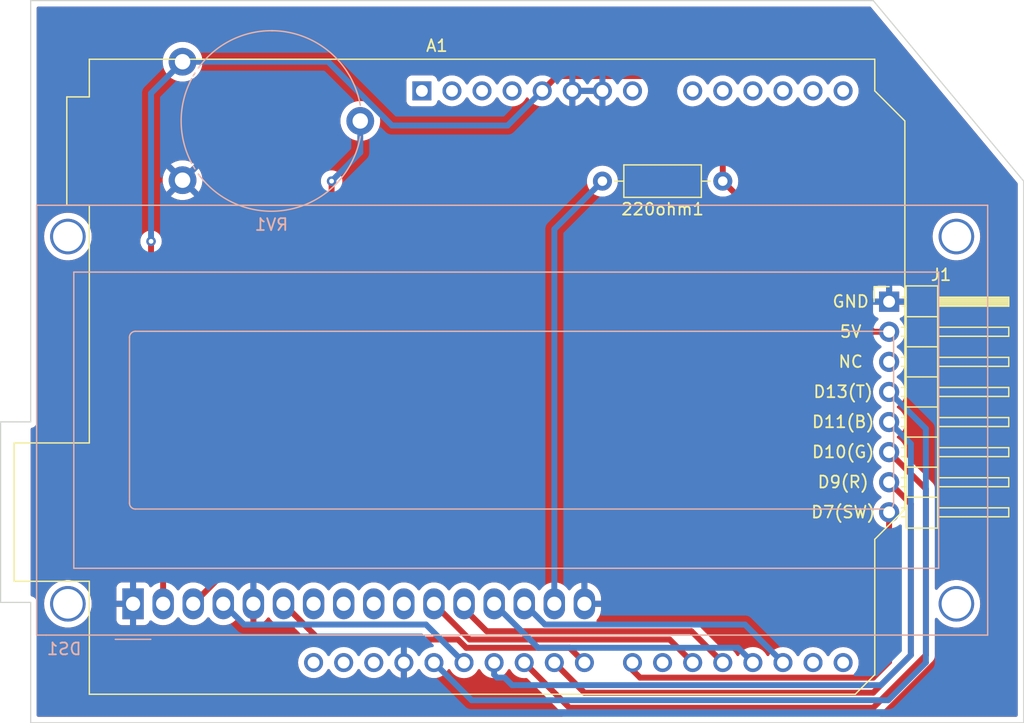
<source format=kicad_pcb>
(kicad_pcb (version 20211014) (generator pcbnew)
  (layers (0 "F.Cu" signal) (31 "B.Cu" signal) (34 "B.Paste" user) (35 "F.Paste" user) (36 "B.SilkS" user "B.Silkscreen") (37 "F.SilkS" user "F.Silkscreen") (38 "B.Mask" user) (39 "F.Mask" user) (44 "Edge.Cuts" user))
  (net 0 "")
  (net 14 "Net-(A1-Pad17)")
  (net 15 "Net-(A1-Pad18)")
  (net 16 "Net-(A1-Pad19)")
  (net 17 "Net-(A1-Pad20)")
  (net 19 "Net-(A1-Pad23)")
  (net 20 "Net-(A1-Pad27)")
  (net 24 "Net-(RV1-Pad2)")
  (net 29 "Net-(220ohm1-Pad2)")
  (net 30 "GND")
  (net 31 "+5V")
  (net 32 "D13(T)")
  (net 33 "D11(B)")
  (net 34 "D10(G)")
  (net 35 "D9(R)")
  (net 36 "D7(B)")
  (footprint "Connector_PinHeader_2.54mm:PinHeader_1x08_P2.54mm_Horizontal" (layer "F.Cu") (at 171.52 88.915)
    (fp_text reference "J1" (at 4.385 -2.27) (layer "F.SilkS"))
    (fp_text value "Conn_01x08_Male")
    (fp_line (start 1.44 8.89) (end 4.1 8.89) (layer "F.SilkS") (width 0.12))
    (fp_line (start 1.042929 10.54) (end 1.44 10.54) (layer "F.SilkS") (width 0.12))
    (fp_line (start 1.11 -0.38) (end 1.44 -0.38) (layer "F.SilkS") (width 0.12))
    (fp_line (start 1.11 0.38) (end 1.44 0.38) (layer "F.SilkS") (width 0.12))
    (fp_line (start 1.042929 5.46) (end 1.44 5.46) (layer "F.SilkS") (width 0.12))
    (fp_line (start 10.1 15.62) (end 4.1 15.62) (layer "F.SilkS") (width 0.12))
    (fp_line (start 4.1 -0.32) (end 10.1 -0.32) (layer "F.SilkS") (width 0.12))
    (fp_line (start 1.44 -1.33) (end 1.44 19.11) (layer "F.SilkS") (width 0.12))
    (fp_line (start 1.042929 14.86) (end 1.44 14.86) (layer "F.SilkS") (width 0.12))
    (fp_line (start 1.042929 4.7) (end 1.44 4.7) (layer "F.SilkS") (width 0.12))
    (fp_line (start 10.1 9.78) (end 10.1 10.54) (layer "F.SilkS") (width 0.12))
    (fp_line (start 1.44 6.35) (end 4.1 6.35) (layer "F.SilkS") (width 0.12))
    (fp_line (start -1.27 0) (end -1.27 -1.27) (layer "F.SilkS") (width 0.12))
    (fp_line (start 10.1 17.4) (end 10.1 18.16) (layer "F.SilkS") (width 0.12))
    (fp_line (start 1.44 13.97) (end 4.1 13.97) (layer "F.SilkS") (width 0.12))
    (fp_line (start 4.1 -0.2) (end 10.1 -0.2) (layer "F.SilkS") (width 0.12))
    (fp_line (start -1.27 -1.27) (end 0 -1.27) (layer "F.SilkS") (width 0.12))
    (fp_line (start 10.1 18.16) (end 4.1 18.16) (layer "F.SilkS") (width 0.12))
    (fp_line (start 1.44 16.51) (end 4.1 16.51) (layer "F.SilkS") (width 0.12))
    (fp_line (start 1.042929 9.78) (end 1.44 9.78) (layer "F.SilkS") (width 0.12))
    (fp_line (start 1.042929 17.4) (end 1.44 17.4) (layer "F.SilkS") (width 0.12))
    (fp_line (start 1.042929 15.62) (end 1.44 15.62) (layer "F.SilkS") (width 0.12))
    (fp_line (start 4.1 7.24) (end 10.1 7.24) (layer "F.SilkS") (width 0.12))
    (fp_line (start 4.1 4.7) (end 10.1 4.7) (layer "F.SilkS") (width 0.12))
    (fp_line (start 1.44 11.43) (end 4.1 11.43) (layer "F.SilkS") (width 0.12))
    (fp_line (start 1.042929 8) (end 1.44 8) (layer "F.SilkS") (width 0.12))
    (fp_line (start 4.1 2.16) (end 10.1 2.16) (layer "F.SilkS") (width 0.12))
    (fp_line (start 1.44 3.81) (end 4.1 3.81) (layer "F.SilkS") (width 0.12))
    (fp_line (start 4.1 9.78) (end 10.1 9.78) (layer "F.SilkS") (width 0.12))
    (fp_line (start 10.1 12.32) (end 10.1 13.08) (layer "F.SilkS") (width 0.12))
    (fp_line (start 1.042929 2.16) (end 1.44 2.16) (layer "F.SilkS") (width 0.12))
    (fp_line (start 4.1 -0.38) (end 10.1 -0.38) (layer "F.SilkS") (width 0.12))
    (fp_line (start 4.1 0.04) (end 10.1 0.04) (layer "F.SilkS") (width 0.12))
    (fp_line (start 1.042929 2.92) (end 1.44 2.92) (layer "F.SilkS") (width 0.12))
    (fp_line (start 1.44 1.27) (end 4.1 1.27) (layer "F.SilkS") (width 0.12))
    (fp_line (start 4.1 -1.33) (end 1.44 -1.33) (layer "F.SilkS") (width 0.12))
    (fp_line (start 1.44 19.11) (end 4.1 19.11) (layer "F.SilkS") (width 0.12))
    (fp_line (start 10.1 8) (end 4.1 8) (layer "F.SilkS") (width 0.12))
    (fp_line (start 10.1 14.86) (end 10.1 15.62) (layer "F.SilkS") (width 0.12))
    (fp_line (start 1.042929 13.08) (end 1.44 13.08) (layer "F.SilkS") (width 0.12))
    (fp_line (start 10.1 7.24) (end 10.1 8) (layer "F.SilkS") (width 0.12))
    (fp_line (start 10.1 10.54) (end 4.1 10.54) (layer "F.SilkS") (width 0.12))
    (fp_line (start 10.1 5.46) (end 4.1 5.46) (layer "F.SilkS") (width 0.12))
    (fp_line (start 10.1 0.38) (end 4.1 0.38) (layer "F.SilkS") (width 0.12))
    (fp_line (start 4.1 17.4) (end 10.1 17.4) (layer "F.SilkS") (width 0.12))
    (fp_line (start 4.1 0.16) (end 10.1 0.16) (layer "F.SilkS") (width 0.12))
    (fp_line (start 4.1 14.86) (end 10.1 14.86) (layer "F.SilkS") (width 0.12))
    (fp_line (start 1.042929 18.16) (end 1.44 18.16) (layer "F.SilkS") (width 0.12))
    (fp_line (start 10.1 2.16) (end 10.1 2.92) (layer "F.SilkS") (width 0.12))
    (fp_line (start 10.1 2.92) (end 4.1 2.92) (layer "F.SilkS") (width 0.12))
    (fp_line (start 4.1 -0.08) (end 10.1 -0.08) (layer "F.SilkS") (width 0.12))
    (fp_line (start 1.042929 7.24) (end 1.44 7.24) (layer "F.SilkS") (width 0.12))
    (fp_line (start 10.1 4.7) (end 10.1 5.46) (layer "F.SilkS") (width 0.12))
    (fp_line (start 4.1 12.32) (end 10.1 12.32) (layer "F.SilkS") (width 0.12))
    (fp_line (start 1.042929 12.32) (end 1.44 12.32) (layer "F.SilkS") (width 0.12))
    (fp_line (start 10.1 13.08) (end 4.1 13.08) (layer "F.SilkS") (width 0.12))
    (fp_line (start 4.1 19.11) (end 4.1 -1.33) (layer "F.SilkS") (width 0.12))
    (fp_line (start 10.1 -0.38) (end 10.1 0.38) (layer "F.SilkS") (width 0.12))
    (fp_line (start 4.1 0.28) (end 10.1 0.28) (layer "F.SilkS") (width 0.12))
    (pad "1" thru_hole rect (at 0 0) (size 1.7 1.7) (drill 1) (layers *.Cu *.Mask) (net 30 "GND"))
    (pad "2" thru_hole oval (at 0 2.54) (size 1.7 1.7) (drill 1) (layers *.Cu *.Mask) (net 31 "+5V"))
    (pad "3" thru_hole oval (at 0 5.08) (size 1.7 1.7) (drill 1) (layers *.Cu *.Mask))
    (pad "4" thru_hole oval (at 0 7.62) (size 1.7 1.7) (drill 1) (layers *.Cu *.Mask) (net 32 "D13(T)"))
    (pad "5" thru_hole oval (at 0 10.16) (size 1.7 1.7) (drill 1) (layers *.Cu *.Mask) (net 33 "D11(B)"))
    (pad "6" thru_hole oval (at 0 12.7) (size 1.7 1.7) (drill 1) (layers *.Cu *.Mask) (net 34 "D10(G)"))
    (pad "7" thru_hole oval (at 0 15.24) (size 1.7 1.7) (drill 1) (layers *.Cu *.Mask) (net 35 "D9(R)"))
    (pad "8" thru_hole oval (at 0 17.78) (size 1.7 1.7) (drill 1) (layers *.Cu *.Mask) (net 36 "D7(B)"))
  )
  (footprint "Module:Arduino_UNO_R3" (layer "F.Cu") (at 132.08 71.12)
    (fp_text reference "A1" (at 1.27 -3.81 180) (layer "F.SilkS"))
    (fp_text value "Arduino_UNO_R3")
    (fp_line (start -28.07 50.93) (end 36.58 50.93) (layer "F.SilkS") (width 0.12))
    (fp_line (start 38.23 49.28) (end 38.23 37.85) (layer "F.SilkS") (width 0.12))
    (fp_line (start 40.77 2.54) (end 38.23 0) (layer "F.SilkS") (width 0.12))
    (fp_line (start -28.07 9.65) (end -28.07 29.72) (layer "F.SilkS") (width 0.12))
    (fp_line (start -34.42 41.4) (end -28.07 41.4) (layer "F.SilkS") (width 0.12))
    (fp_line (start 36.58 50.93) (end 38.23 49.28) (layer "F.SilkS") (width 0.12))
    (fp_line (start -28.07 0.51) (end -29.97 0.51) (layer "F.SilkS") (width 0.12))
    (fp_line (start -28.07 29.72) (end -34.42 29.72) (layer "F.SilkS") (width 0.12))
    (fp_line (start 38.23 0) (end 38.23 -2.67) (layer "F.SilkS") (width 0.12))
    (fp_line (start 38.23 -2.67) (end -28.07 -2.67) (layer "F.SilkS") (width 0.12))
    (fp_line (start 38.23 37.85) (end 40.77 35.31) (layer "F.SilkS") (width 0.12))
    (fp_line (start -29.97 0.51) (end -29.97 9.65) (layer "F.SilkS") (width 0.12))
    (fp_line (start -28.07 41.4) (end -28.07 50.93) (layer "F.SilkS") (width 0.12))
    (fp_line (start -28.07 -2.67) (end -28.07 0.51) (layer "F.SilkS") (width 0.12))
    (fp_line (start 40.77 35.31) (end 40.77 2.54) (layer "F.SilkS") (width 0.12))
    (fp_line (start -29.97 9.65) (end -28.07 9.65) (layer "F.SilkS") (width 0.12))
    (fp_line (start -34.42 29.72) (end -34.42 41.4) (layer "F.SilkS") (width 0.12))
    (pad "1" thru_hole rect (at 0 0 90) (size 1.6 1.6) (drill 1) (layers *.Cu *.Mask))
    (pad "2" thru_hole oval (at 2.54 0 90) (size 1.6 1.6) (drill 1) (layers *.Cu *.Mask))
    (pad "3" thru_hole oval (at 5.08 0 90) (size 1.6 1.6) (drill 1) (layers *.Cu *.Mask))
    (pad "4" thru_hole oval (at 7.62 0 90) (size 1.6 1.6) (drill 1) (layers *.Cu *.Mask))
    (pad "5" thru_hole oval (at 10.16 0 90) (size 1.6 1.6) (drill 1) (layers *.Cu *.Mask) (net 31 "+5V"))
    (pad "6" thru_hole oval (at 12.7 0 90) (size 1.6 1.6) (drill 1) (layers *.Cu *.Mask) (net 30 "GND"))
    (pad "7" thru_hole oval (at 15.24 0 90) (size 1.6 1.6) (drill 1) (layers *.Cu *.Mask) (net 30 "GND"))
    (pad "8" thru_hole oval (at 17.78 0 90) (size 1.6 1.6) (drill 1) (layers *.Cu *.Mask))
    (pad "9" thru_hole oval (at 22.86 0 90) (size 1.6 1.6) (drill 1) (layers *.Cu *.Mask))
    (pad "10" thru_hole oval (at 25.4 0 90) (size 1.6 1.6) (drill 1) (layers *.Cu *.Mask))
    (pad "11" thru_hole oval (at 27.94 0 90) (size 1.6 1.6) (drill 1) (layers *.Cu *.Mask))
    (pad "12" thru_hole oval (at 30.48 0 90) (size 1.6 1.6) (drill 1) (layers *.Cu *.Mask))
    (pad "13" thru_hole oval (at 33.02 0 90) (size 1.6 1.6) (drill 1) (layers *.Cu *.Mask))
    (pad "14" thru_hole oval (at 35.56 0 90) (size 1.6 1.6) (drill 1) (layers *.Cu *.Mask))
    (pad "15" thru_hole oval (at 35.56 48.26 90) (size 1.6 1.6) (drill 1) (layers *.Cu *.Mask))
    (pad "16" thru_hole oval (at 33.02 48.26 90) (size 1.6 1.6) (drill 1) (layers *.Cu *.Mask))
    (pad "17" thru_hole oval (at 30.48 48.26 90) (size 1.6 1.6) (drill 1) (layers *.Cu *.Mask) (net 14 "Net-(A1-Pad17)"))
    (pad "18" thru_hole oval (at 27.94 48.26 90) (size 1.6 1.6) (drill 1) (layers *.Cu *.Mask) (net 15 "Net-(A1-Pad18)"))
    (pad "19" thru_hole oval (at 25.4 48.26 90) (size 1.6 1.6) (drill 1) (layers *.Cu *.Mask) (net 16 "Net-(A1-Pad19)"))
    (pad "20" thru_hole oval (at 22.86 48.26 90) (size 1.6 1.6) (drill 1) (layers *.Cu *.Mask) (net 17 "Net-(A1-Pad20)"))
    (pad "21" thru_hole oval (at 20.32 48.26 90) (size 1.6 1.6) (drill 1) (layers *.Cu *.Mask))
    (pad "22" thru_hole oval (at 17.78 48.26 90) (size 1.6 1.6) (drill 1) (layers *.Cu *.Mask) (net 36 "D7(B)"))
    (pad "23" thru_hole oval (at 13.72 48.26 90) (size 1.6 1.6) (drill 1) (layers *.Cu *.Mask) (net 19 "Net-(A1-Pad23)"))
    (pad "24" thru_hole oval (at 11.18 48.26 90) (size 1.6 1.6) (drill 1) (layers *.Cu *.Mask) (net 35 "D9(R)"))
    (pad "25" thru_hole oval (at 8.64 48.26 90) (size 1.6 1.6) (drill 1) (layers *.Cu *.Mask) (net 34 "D10(G)"))
    (pad "26" thru_hole oval (at 6.1 48.26 90) (size 1.6 1.6) (drill 1) (layers *.Cu *.Mask) (net 33 "D11(B)"))
    (pad "27" thru_hole oval (at 3.56 48.26 90) (size 1.6 1.6) (drill 1) (layers *.Cu *.Mask) (net 20 "Net-(A1-Pad27)"))
    (pad "28" thru_hole oval (at 1.02 48.26 90) (size 1.6 1.6) (drill 1) (layers *.Cu *.Mask) (net 32 "D13(T)"))
    (pad "29" thru_hole oval (at -1.52 48.26 90) (size 1.6 1.6) (drill 1) (layers *.Cu *.Mask) (net 30 "GND"))
    (pad "30" thru_hole oval (at -4.06 48.26 90) (size 1.6 1.6) (drill 1) (layers *.Cu *.Mask))
    (pad "31" thru_hole oval (at -6.6 48.26 90) (size 1.6 1.6) (drill 1) (layers *.Cu *.Mask))
    (pad "32" thru_hole oval (at -9.14 48.26 90) (size 1.6 1.6) (drill 1) (layers *.Cu *.Mask))
  )
  (footprint "Resistor_THT:R_Axial_DIN0207_L6.3mm_D2.5mm_P10.16mm_Horizontal" (layer "F.Cu") (at 157.48 78.74 180)
    (fp_text reference "220ohm1" (at 5.08 -2.37) (layer "F.SilkS"))
    (fp_text value "R_Small")
    (fp_line (start 1.04 0) (end 1.81 0) (layer "F.SilkS") (width 0.12))
    (fp_line (start 1.81 1.37) (end 8.35 1.37) (layer "F.SilkS") (width 0.12))
    (fp_line (start 8.35 -1.37) (end 1.81 -1.37) (layer "F.SilkS") (width 0.12))
    (fp_line (start 9.12 0) (end 8.35 0) (layer "F.SilkS") (width 0.12))
    (fp_line (start 1.81 -1.37) (end 1.81 1.37) (layer "F.SilkS") (width 0.12))
    (fp_line (start 8.35 1.37) (end 8.35 -1.37) (layer "F.SilkS") (width 0.12))
    (pad "1" thru_hole circle (at 0 0 180) (size 1.6 1.6) (drill 0.8) (layers *.Cu *.Mask) (net 31 "+5V"))
    (pad "2" thru_hole oval (at 10.16 0 180) (size 1.6 1.6) (drill 0.8) (layers *.Cu *.Mask) (net 29 "Net-(220ohm1-Pad2)"))
  )
  (footprint "Display:WC1602A" (layer "B.Cu") (at 107.7 114.4175)
    (fp_text reference "DS1" (at -5.82 3.81) (layer "B.SilkS") (effects (justify mirror)))
    (fp_text value "WC1602A")
    (fp_line (start -8.13 2.64) (end -7.34 2.64) (layer "B.SilkS") (width 0.12))
    (fp_line (start -5 -28) (end -5 -3) (layer "B.SilkS") (width 0.12))
    (fp_line (start 0.2 -8) (end 63.7 -8) (layer "B.SilkS") (width 0.12))
    (fp_line (start 68 -28) (end -5 -28) (layer "B.SilkS") (width 0.12))
    (fp_line (start -8.14 2.64) (end -8.14 -33.64) (layer "B.SilkS") (width 0.12))
    (fp_line (start -5 -3) (end 68 -3) (layer "B.SilkS") (width 0.12))
    (fp_line (start 63.70066 -23) (end 0.2 -23) (layer "B.SilkS") (width 0.12))
    (fp_line (start -8.14 -33.64) (end 72.14 -33.64) (layer "B.SilkS") (width 0.12))
    (fp_line (start 68 -3) (end 68 -28) (layer "B.SilkS") (width 0.12))
    (fp_line (start 72.14 2.64) (end -7.34 2.64) (layer "B.SilkS") (width 0.12))
    (fp_line (start 72.14 -33.64) (end 72.14 2.64) (layer "B.SilkS") (width 0.12))
    (fp_line (start -0.29972 -22.49932) (end -0.29972 -8.5) (layer "B.SilkS") (width 0.12))
    (fp_line (start -1.5 3) (end 1.5 3) (layer "B.SilkS") (width 0.12))
    (fp_line (start 64.2 -8.5) (end 64.2 -22.5) (layer "B.SilkS") (width 0.12))
    (fp_arc (start -0.29972 -22.49932) (mid -0.153162 -22.853142) (end 0.20066 -22.9997) (layer "B.SilkS") (width 0.12))
    (fp_arc (start 63.70066 -22.9997) (mid 64.054482 -22.853142) (end 64.20104 -22.49932) (layer "B.SilkS") (width 0.12))
    (fp_arc (start 0.20066 -7.99846) (mid -0.153162 -8.145018) (end -0.29972 -8.49884) (layer "B.SilkS") (width 0.12))
    (fp_arc (start 64.2 -8.5) (mid 64.053553 -8.146447) (end 63.7 -8) (layer "B.SilkS") (width 0.12))
    (pad "" thru_hole circle (at 69.49948 -31.0007) (size 3 3) (drill 2.5) (layers *.Cu *.Mask))
    (pad "" thru_hole circle (at -5.4991 -31.0007) (size 3 3) (drill 2.5) (layers *.Cu *.Mask))
    (pad "" thru_hole circle (at 69.5 0) (size 3 3) (drill 2.5) (layers *.Cu *.Mask))
    (pad "" thru_hole circle (at -5.4991 0) (size 3 3) (drill 2.5) (layers *.Cu *.Mask))
    (pad "1" thru_hole rect (at 0 0) (size 1.8 2.6) (drill 1.2) (layers *.Cu *.Mask) (net 30 "GND"))
    (pad "2" thru_hole oval (at 2.54 0) (size 1.8 2.6) (drill 1.2) (layers *.Cu *.Mask) (net 31 "+5V"))
    (pad "3" thru_hole oval (at 5.08 0) (size 1.8 2.6) (drill 1.2) (layers *.Cu *.Mask) (net 24 "Net-(RV1-Pad2)"))
    (pad "4" thru_hole oval (at 7.62 0) (size 1.8 2.6) (drill 1.2) (layers *.Cu *.Mask) (net 20 "Net-(A1-Pad27)"))
    (pad "5" thru_hole oval (at 10.16 0) (size 1.8 2.6) (drill 1.2) (layers *.Cu *.Mask) (net 30 "GND"))
    (pad "6" thru_hole oval (at 12.7 0) (size 1.8 2.6) (drill 1.2) (layers *.Cu *.Mask) (net 19 "Net-(A1-Pad23)"))
    (pad "7" thru_hole oval (at 15.24 0) (size 1.8 2.6) (drill 1.2) (layers *.Cu *.Mask))
    (pad "8" thru_hole oval (at 17.78 0) (size 1.8 2.6) (drill 1.2) (layers *.Cu *.Mask))
    (pad "9" thru_hole oval (at 20.32 0) (size 1.8 2.6) (drill 1.2) (layers *.Cu *.Mask))
    (pad "10" thru_hole oval (at 22.86 0) (size 1.8 2.6) (drill 1.2) (layers *.Cu *.Mask))
    (pad "11" thru_hole oval (at 25.4 0) (size 1.8 2.6) (drill 1.2) (layers *.Cu *.Mask) (net 17 "Net-(A1-Pad20)"))
    (pad "12" thru_hole oval (at 27.94 0) (size 1.8 2.6) (drill 1.2) (layers *.Cu *.Mask) (net 16 "Net-(A1-Pad19)"))
    (pad "13" thru_hole oval (at 30.48 0) (size 1.8 2.6) (drill 1.2) (layers *.Cu *.Mask) (net 15 "Net-(A1-Pad18)"))
    (pad "14" thru_hole oval (at 33.02 0) (size 1.8 2.6) (drill 1.2) (layers *.Cu *.Mask) (net 14 "Net-(A1-Pad17)"))
    (pad "15" thru_hole oval (at 35.56 0) (size 1.8 2.6) (drill 1.2) (layers *.Cu *.Mask) (net 29 "Net-(220ohm1-Pad2)"))
    (pad "16" thru_hole oval (at 38.1 0) (size 1.8 2.6) (drill 1.2) (layers *.Cu *.Mask) (net 30 "GND"))
  )
  (footprint "Potentiometer_THT:Potentiometer_Piher_PT-15-V15_Vertical" (layer "B.Cu") (at 111.88 68.66)
    (fp_text reference "RV1" (at 7.5 13.75 180) (layer "B.SilkS") (effects (justify mirror)))
    (fp_text value "R_Potentiometer")
    (fp_arc (start 15.005 6.322) (mid 9.21553 12.424935) (end 1.335622 9.480307) (layer "B.SilkS") (width 0.12))
    (fp_arc (start 1.335 0.522) (mid 4.099288 -1.818715) (end 7.632064 -2.618548) (layer "B.SilkS") (width 0.12))
    (fp_arc (start 7.5 -2.62) (mid 12.398042 -0.837259) (end 15.004235 3.676801) (layer "B.SilkS") (width 0.12))
    (fp_arc (start 0.773 8.578) (mid -0.119358 5.001051) (end 0.772013 1.423856) (layer "B.SilkS") (width 0.12))
    (fp_arc (start 0.901 1.191) (mid 0.968481 1.076412) (end 1.037952 0.963019) (layer "B.SilkS") (width 0.12))
    (fp_arc (start 1.039 9.038) (mid 0.969511 8.924625) (end 0.902012 8.810055) (layer "B.SilkS") (width 0.12))
    (pad "1" thru_hole circle (at 0 0) (size 2.34 2.34) (drill 1.3) (layers *.Cu *.Mask) (net 31 "+5V"))
    (pad "2" thru_hole circle (at 15 5) (size 2.34 2.34) (drill 1.3) (layers *.Cu *.Mask) (net 24 "Net-(RV1-Pad2)"))
    (pad "3" thru_hole circle (at 0 10) (size 2.34 2.34) (drill 1.3) (layers *.Cu *.Mask) (net 30 "GND"))
  )
  (gr_line (start 96.52 114.3) (end 96.52 99.06) (layer "Edge.Cuts") (width 0.1))
  (gr_line (start 99.06 114.3) (end 96.52 114.3) (layer "Edge.Cuts") (width 0.1))
  (gr_line (start 99.06 124.46) (end 99.06 114.3) (layer "Edge.Cuts") (width 0.1))
  (gr_line (start 170.18 63.5) (end 182.88 78.74) (layer "Edge.Cuts") (width 0.1))
  (gr_line (start 96.52 99.06) (end 99.06 99.06) (layer "Edge.Cuts") (width 0.1))
  (gr_line (start 99.06 63.5) (end 170.18 63.5) (layer "Edge.Cuts") (width 0.1))
  (gr_line (start 182.88 78.74) (end 182.88 124.46) (layer "Edge.Cuts") (width 0.1))
  (gr_line (start 99.06 99.06) (end 99.06 63.5) (layer "Edge.Cuts") (width 0.1))
  (gr_line (start 182.88 124.46) (end 99.06 124.46) (layer "Edge.Cuts") (width 0.1))
  (gr_text "GND" (at 168.275 88.9) (layer "F.SilkS") (effects (font (size 1 1))))
  (gr_text "D13(T)" (at 167.64 96.52) (layer "F.SilkS") (effects (font (size 1 1))))
  (gr_text "D10(G)" (at 167.64 101.6) (layer "F.SilkS") (effects (font (size 1 1))))
  (gr_text "D11(B)" (at 167.64 99.06) (layer "F.SilkS") (effects (font (size 1 1))))
  (gr_text "NC" (at 168.275 93.98) (layer "F.SilkS") (effects (font (size 1 1))))
  (gr_text "5V" (at 168.275 91.44) (layer "F.SilkS") (effects (font (size 1 1))))
  (gr_text "D7(SW)" (at 167.64 106.68) (layer "F.SilkS") (effects (font (size 1 1))))
  (gr_text "D9(R)" (at 167.64 104.14) (layer "F.SilkS") (effects (font (size 1 1))))
  (segment (start 142.46952 116.16702) (end 159.34702 116.16702) (width 0.5) (layer "B.Cu") (net 14))
  (segment (start 159.34702 116.16702) (end 162.56 119.38) (width 0.5) (layer "B.Cu") (net 14))
  (segment (start 140.72 114.4175) (end 142.46952 116.16702) (width 0.5) (layer "B.Cu") (net 14))
  (segment (start 158.770489 118.130489) (end 160.02 119.38) (width 0.5) (layer "B.Cu") (net 15))
  (segment (start 141.892989 118.130489) (end 158.770489 118.130489) (width 0.5) (layer "B.Cu") (net 15))
  (segment (start 138.18 114.4175) (end 141.892989 118.130489) (width 0.5) (layer "B.Cu") (net 15))
  (segment (start 135.64 114.4175) (end 135.64 114.8175) (width 0.5) (layer "F.Cu") (net 16))
  (segment (start 154.831467 116.731467) (end 157.48 119.38) (width 0.5) (layer "F.Cu") (net 16))
  (segment (start 135.64 114.8175) (end 137.553967 116.731467) (width 0.5) (layer "F.Cu") (net 16))
  (segment (start 137.553967 116.731467) (end 154.831467 116.731467) (width 0.5) (layer "F.Cu") (net 16))
  (segment (start 152.990978 117.430978) (end 154.94 119.38) (width 0.5) (layer "F.Cu") (net 17))
  (segment (start 133.1 114.4175) (end 136.113478 117.430978) (width 0.5) (layer "F.Cu") (net 17))
  (segment (start 136.113478 117.430978) (end 152.990978 117.430978) (width 0.5) (layer "F.Cu") (net 17))
  (segment (start 135.124221 117.430979) (end 135.823731 118.130489) (width 0.5) (layer "F.Cu") (net 19))
  (segment (start 120.4 114.4175) (end 123.413479 117.430979) (width 0.5) (layer "F.Cu") (net 19))
  (segment (start 144.550489 118.130489) (end 145.8 119.38) (width 0.5) (layer "F.Cu") (net 19))
  (segment (start 135.823731 118.130489) (end 144.550489 118.130489) (width 0.5) (layer "F.Cu") (net 19))
  (segment (start 123.413479 117.430979) (end 135.124221 117.430979) (width 0.5) (layer "F.Cu") (net 19))
  (segment (start 132.42702 116.16702) (end 117.06952 116.16702) (width 0.5) (layer "B.Cu") (net 20))
  (segment (start 135.64 119.38) (end 132.42702 116.16702) (width 0.5) (layer "B.Cu") (net 20))
  (segment (start 117.06952 116.16702) (end 115.32 114.4175) (width 0.5) (layer "B.Cu") (net 20))
  (segment (start 112.78 114.4175) (end 121.92 105.2775) (width 0.5) (layer "F.Cu") (net 24))
  (segment (start 124.46 81.28) (end 124.46 78.74) (width 0.5) (layer "F.Cu") (net 24))
  (segment (start 121.92 83.82) (end 124.46 81.28) (width 0.5) (layer "F.Cu") (net 24))
  (segment (start 121.92 105.2775) (end 121.92 83.82) (width 0.5) (layer "F.Cu") (net 24))
  (via (at 124.46 78.74) (size 0.8) (drill 0.4) (layers "F.Cu" "B.Cu") (net 24))
  (segment (start 126.88 76.32) (end 124.46 78.74) (width 0.5) (layer "B.Cu") (net 24))
  (segment (start 126.88 73.66) (end 126.88 76.32) (width 0.5) (layer "B.Cu") (net 24))
  (segment (start 143.26 114.4175) (end 143.26 82.8) (width 0.5) (layer "B.Cu") (net 29))
  (segment (start 143.26 82.8) (end 147.32 78.74) (width 0.5) (layer "B.Cu") (net 29))
  (segment (start 109.22 86.495) (end 110.24 87.515) (width 0.5) (layer "F.Cu") (net 31))
  (segment (start 157.48 78.74) (end 157.48 76.2) (width 0.5) (layer "F.Cu") (net 31))
  (segment (start 157.48 76.2) (end 151.150489 69.870489) (width 0.5) (layer "F.Cu") (net 31))
  (segment (start 109.22 83.82) (end 109.22 86.495) (width 0.5) (layer "F.Cu") (net 31))
  (segment (start 110.24 87.515) (end 110.24 114.4175) (width 0.5) (layer "F.Cu") (net 31))
  (segment (start 170.195 91.455) (end 157.48 78.74) (width 0.5) (layer "F.Cu") (net 31))
  (segment (start 143.489511 69.870489) (end 142.24 71.12) (width 0.5) (layer "F.Cu") (net 31))
  (segment (start 171.52 91.455) (end 170.195 91.455) (width 0.5) (layer "F.Cu") (net 31))
  (segment (start 151.150489 69.870489) (end 143.489511 69.870489) (width 0.5) (layer "F.Cu") (net 31))
  (via (at 109.22 83.82) (size 0.8) (drill 0.4) (layers "F.Cu" "B.Cu") (net 31))
  (segment (start 139.31 74.05) (end 129.560336 74.05) (width 0.5) (layer "B.Cu") (net 31))
  (segment (start 129.560336 74.05) (end 124.170336 68.66) (width 0.5) (layer "B.Cu") (net 31))
  (segment (start 111.88 68.66) (end 109.22 71.32) (width 0.5) (layer "B.Cu") (net 31))
  (segment (start 142.24 71.12) (end 139.31 74.05) (width 0.5) (layer "B.Cu") (net 31))
  (segment (start 124.170336 68.66) (end 111.88 68.66) (width 0.5) (layer "B.Cu") (net 31))
  (segment (start 109.22 71.32) (end 109.22 83.82) (width 0.5) (layer "B.Cu") (net 31))
  (segment (start 171.45 122.555) (end 136.275 122.555) (width 0.5) (layer "B.Cu") (net 32))
  (segment (start 174.625 99.64) (end 174.625 119.38) (width 0.5) (layer "B.Cu") (net 32))
  (segment (start 136.275 122.555) (end 133.1 119.38) (width 0.5) (layer "B.Cu") (net 32))
  (segment (start 174.625 119.38) (end 171.45 122.555) (width 0.5) (layer "B.Cu") (net 32))
  (segment (start 171.52 96.535) (end 174.625 99.64) (width 0.5) (layer "B.Cu") (net 32))
  (segment (start 173.355 100.91) (end 173.355 118.745) (width 0.5) (layer "B.Cu") (net 33))
  (segment (start 139.7 121.285) (end 139.065 120.65) (width 0.5) (layer "B.Cu") (net 33))
  (segment (start 171.52 99.075) (end 173.355 100.91) (width 0.5) (layer "B.Cu") (net 33))
  (segment (start 139.065 120.65) (end 138.43 120.65) (width 0.5) (layer "B.Cu") (net 33))
  (segment (start 170.815 121.285) (end 139.7 121.285) (width 0.5) (layer "B.Cu") (net 33))
  (segment (start 173.355 118.745) (end 170.815 121.285) (width 0.5) (layer "B.Cu") (net 33))
  (segment (start 138.43 120.65) (end 138.18 120.4) (width 0.5) (layer "B.Cu") (net 33))
  (segment (start 138.18 120.4) (end 138.18 119.38) (width 0.5) (layer "B.Cu") (net 33))
  (segment (start 174.625 104.72) (end 174.625 118.745) (width 0.5) (layer "F.Cu") (net 34))
  (segment (start 170.18 123.19) (end 144.53 123.19) (width 0.5) (layer "F.Cu") (net 34))
  (segment (start 174.625 118.745) (end 170.18 123.19) (width 0.5) (layer "F.Cu") (net 34))
  (segment (start 171.52 101.615) (end 174.625 104.72) (width 0.5) (layer "F.Cu") (net 34))
  (segment (start 144.53 123.19) (end 140.72 119.38) (width 0.5) (layer "F.Cu") (net 34))
  (segment (start 171.52 104.155) (end 173.355 105.99) (width 0.5) (layer "F.Cu") (net 35))
  (segment (start 173.355 118.745) (end 170.18 121.92) (width 0.5) (layer "F.Cu") (net 35))
  (segment (start 145.8 121.92) (end 143.26 119.38) (width 0.5) (layer "F.Cu") (net 35))
  (segment (start 170.18 121.92) (end 145.8 121.92) (width 0.5) (layer "F.Cu") (net 35))
  (segment (start 173.355 105.99) (end 173.355 118.745) (width 0.5) (layer "F.Cu") (net 35))
  (segment (start 170.18 120.65) (end 150.495 120.65) (width 0.5) (layer "F.Cu") (net 36))
  (segment (start 171.52 119.31) (end 170.18 120.65) (width 0.5) (layer "F.Cu") (net 36))
  (segment (start 171.52 106.695) (end 171.52 119.31) (width 0.5) (layer "F.Cu") (net 36))
  (segment (start 150.495 120.65) (end 149.86 120.015) (width 0.5) (layer "F.Cu") (net 36))
  (segment (start 149.86 120.015) (end 149.86 119.38) (width 0.5) (layer "F.Cu") (net 36))
  (zone (net 30) (net_name "GND") (layer "F.Cu") (connect_pads (clearance 0.508)) (min_thickness 0.254) (fill yes (thermal_gap 0.508) (thermal_bridge_width 0.508))
    (polygon (pts (xy 182.88 78.74) (xy 182.88 124.46) (xy 99.06 124.46) (xy 99.06 63.5) (xy 170.18 63.5)))
  )
  (zone (net 30) (net_name "GND") (layer "B.Cu") (connect_pads (clearance 0.508)) (min_thickness 0.254) (fill yes (thermal_gap 0.508) (thermal_bridge_width 0.508))
    (polygon (pts (xy 182.88 78.74) (xy 182.88 124.46) (xy 99.06 124.46) (xy 99.06 63.5) (xy 170.18 63.5)))
  )
)
</source>
